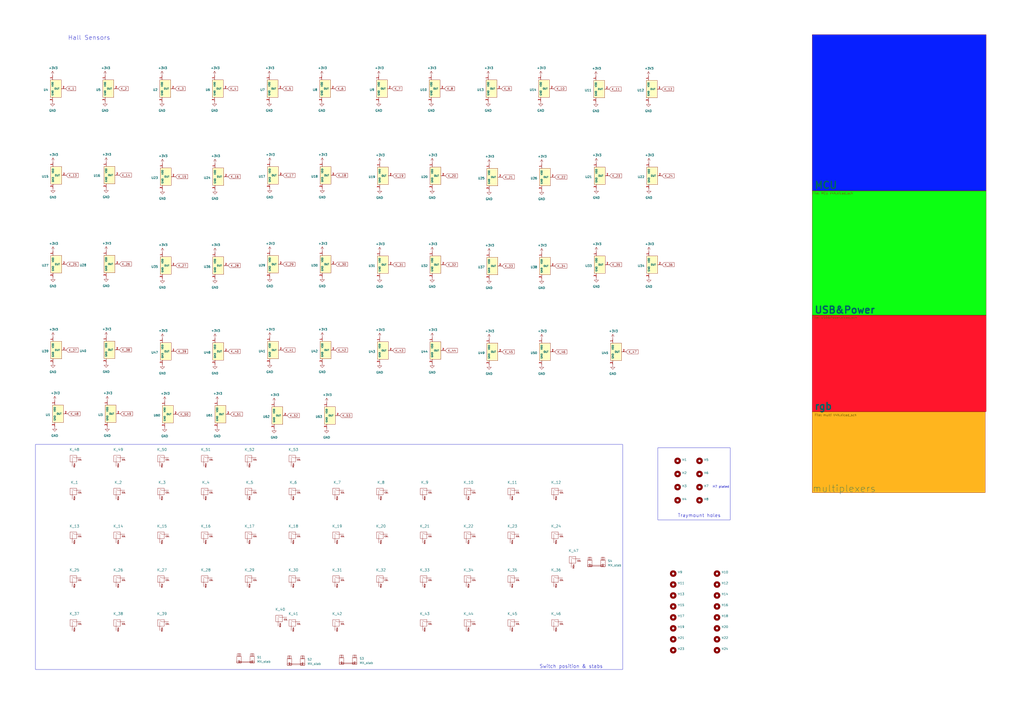
<source format=kicad_sch>
(kicad_sch (version 20230121) (generator eeschema)
  (paper "A2")
  (rectangle (start 381.635 259.715) (end 423.545 301.625))
  (rectangle (start 20.574 257.81) (end 361.188 388.366))
  (text "Switch position & stabs\n" (at 312.928 387.858 0) (effects (font (size 2 2)) (justify left bottom)))
  (text "Hall Sensors" (at 39.37 23.495 0) (effects (font (size 2.54 2.54)) (justify left bottom)))
  (text "Traymount holes" (at 393.065 300.355 0) (effects (font (size 2 2)) (justify left bottom)))
  (text "H7 plated" (at 413.385 283.21 0) (effects (font (size 1.27 1.27)) (justify left bottom)))
  (global_label "K_44" (shape input) (at 258.318 203.327 0) (property "Intersheetrefs" "${INTERSHEET_REFS}" (effects hide)))
  (global_label "K_9" (shape input) (at 290.83 51.435 0) (property "Intersheetrefs" "${INTERSHEET_REFS}" (effects hide)))
  (global_label "K_6" (shape input) (at 194.31 51.435 0) (property "Intersheetrefs" "${INTERSHEET_REFS}" (effects hide)))
  (global_label "K_53" (shape input) (at 197.104 241.046 0) (property "Intersheetrefs" "${INTERSHEET_REFS}" (effects hide)))
  (global_label "K_16" (shape input) (at 132.334 102.489 0) (property "Intersheetrefs" "${INTERSHEET_REFS}" (effects hide)))
  (global_label "K_38" (shape input) (at 69.215 202.946 0) (property "Intersheetrefs" "${INTERSHEET_REFS}" (effects hide)))
  (global_label "K_4" (shape input) (at 132.08 51.435 0) (property "Intersheetrefs" "${INTERSHEET_REFS}" (effects hide)))
  (global_label "K_24" (shape input) (at 384.048 101.981 0) (property "Intersheetrefs" "${INTERSHEET_REFS}" (effects hide)))
  (global_label "K_25" (shape input) (at 38.354 153.289 0) (property "Intersheetrefs" "${INTERSHEET_REFS}" (effects hide)))
  (global_label "K_47" (shape input) (at 363.093 204.089 0) (property "Intersheetrefs" "${INTERSHEET_REFS}" (effects hide)))
  (global_label "K_17" (shape input) (at 164.084 101.727 0) (property "Intersheetrefs" "${INTERSHEET_REFS}" (effects hide)))
  (global_label "K_22" (shape input) (at 321.818 102.743 0) (property "Intersheetrefs" "${INTERSHEET_REFS}" (effects hide)))
  (global_label "K_18" (shape input) (at 194.564 101.727 0) (property "Intersheetrefs" "${INTERSHEET_REFS}" (effects hide)))
  (global_label "K_14" (shape input) (at 69.215 101.6 0) (property "Intersheetrefs" "${INTERSHEET_REFS}" (effects hide)))
  (global_label "K_21" (shape input) (at 291.338 102.743 0) (property "Intersheetrefs" "${INTERSHEET_REFS}" (effects hide)))
  (global_label "K_42" (shape input) (at 194.564 203.073 0) (property "Intersheetrefs" "${INTERSHEET_REFS}" (effects hide)))
  (global_label "K_48" (shape input) (at 39.37 240.03 0) (property "Intersheetrefs" "${INTERSHEET_REFS}" (effects hide)))
  (global_label "K_39" (shape input) (at 101.854 203.835 0) (property "Intersheetrefs" "${INTERSHEET_REFS}" (effects hide)))
  (global_label "K_11" (shape input) (at 353.314 51.689 0) (property "Intersheetrefs" "${INTERSHEET_REFS}" (effects hide)))
  (global_label "K_2" (shape input) (at 68.58 51.435 0) (property "Intersheetrefs" "${INTERSHEET_REFS}" (effects hide)))
  (global_label "K_15" (shape input) (at 101.854 102.489 0) (property "Intersheetrefs" "${INTERSHEET_REFS}" (effects hide)))
  (global_label "K_36" (shape input) (at 384.048 153.543 0) (property "Intersheetrefs" "${INTERSHEET_REFS}" (effects hide)))
  (global_label "K_20" (shape input) (at 258.318 101.981 0) (property "Intersheetrefs" "${INTERSHEET_REFS}" (effects hide)))
  (global_label "K_50" (shape input) (at 103.124 240.284 0) (property "Intersheetrefs" "${INTERSHEET_REFS}" (effects hide)))
  (global_label "K_13" (shape input) (at 38.354 101.727 0) (property "Intersheetrefs" "${INTERSHEET_REFS}" (effects hide)))
  (global_label "K_5" (shape input) (at 163.83 51.435 0) (property "Intersheetrefs" "${INTERSHEET_REFS}" (effects hide)))
  (global_label "K_35" (shape input) (at 353.568 153.543 0) (property "Intersheetrefs" "${INTERSHEET_REFS}" (effects hide)))
  (global_label "K_31" (shape input) (at 227.838 153.543 0) (property "Intersheetrefs" "${INTERSHEET_REFS}" (effects hide)))
  (global_label "K_26" (shape input) (at 69.215 153.162 0) (property "Intersheetrefs" "${INTERSHEET_REFS}" (effects hide)))
  (global_label "K_34" (shape input) (at 321.818 154.305 0) (property "Intersheetrefs" "${INTERSHEET_REFS}" (effects hide)))
  (global_label "K_43" (shape input) (at 227.838 203.327 0) (property "Intersheetrefs" "${INTERSHEET_REFS}" (effects hide)))
  (global_label "K_49" (shape input) (at 69.85 240.03 0) (property "Intersheetrefs" "${INTERSHEET_REFS}" (effects hide)))
  (global_label "K_10" (shape input) (at 321.31 51.435 0) (property "Intersheetrefs" "${INTERSHEET_REFS}" (effects hide)))
  (global_label "K_29" (shape input) (at 164.084 153.289 0) (property "Intersheetrefs" "${INTERSHEET_REFS}" (effects hide)))
  (global_label "K_40" (shape input) (at 132.334 203.835 0) (property "Intersheetrefs" "${INTERSHEET_REFS}" (effects hide)))
  (global_label "K_12" (shape input) (at 383.794 51.689 0) (property "Intersheetrefs" "${INTERSHEET_REFS}" (effects hide)))
  (global_label "K_37" (shape input) (at 38.354 203.073 0) (property "Intersheetrefs" "${INTERSHEET_REFS}" (effects hide)))
  (global_label "K_32" (shape input) (at 258.318 153.543 0) (property "Intersheetrefs" "${INTERSHEET_REFS}" (effects hide)))
  (global_label "K_33" (shape input) (at 291.338 154.305 0) (property "Intersheetrefs" "${INTERSHEET_REFS}" (effects hide)))
  (global_label "K_45" (shape input) (at 291.338 204.089 0) (property "Intersheetrefs" "${INTERSHEET_REFS}" (effects hide)))
  (global_label "K_7" (shape input) (at 227.33 51.435 0) (property "Intersheetrefs" "${INTERSHEET_REFS}" (effects hide)))
  (global_label "K_52" (shape input) (at 166.624 241.046 0) (property "Intersheetrefs" "${INTERSHEET_REFS}" (effects hide)))
  (global_label "K_23" (shape input) (at 353.568 101.981 0) (property "Intersheetrefs" "${INTERSHEET_REFS}" (effects hide)))
  (global_label "K_51" (shape input) (at 133.604 240.284 0) (property "Intersheetrefs" "${INTERSHEET_REFS}" (effects hide)))
  (global_label "K_28" (shape input) (at 132.334 154.051 0) (property "Intersheetrefs" "${INTERSHEET_REFS}" (effects hide)))
  (global_label "K_27" (shape input) (at 101.854 154.051 0) (property "Intersheetrefs" "${INTERSHEET_REFS}" (effects hide)))
  (global_label "K_30" (shape input) (at 194.564 153.289 0) (property "Intersheetrefs" "${INTERSHEET_REFS}" (effects hide)))
  (global_label "K_1" (shape input) (at 38.1 51.435 0) (property "Intersheetrefs" "${INTERSHEET_REFS}" (effects hide)))
  (global_label "K_3" (shape input) (at 101.6 51.435 0) (property "Intersheetrefs" "${INTERSHEET_REFS}" (effects hide)))
  (global_label "K_8" (shape input) (at 257.81 51.435 0) (property "Intersheetrefs" "${INTERSHEET_REFS}" (effects hide)))
  (global_label "K_41" (shape input) (at 164.084 203.073 0) (property "Intersheetrefs" "${INTERSHEET_REFS}" (effects hide)))
  (global_label "K_19" (shape input) (at 227.838 101.981 0) (property "Intersheetrefs" "${INTERSHEET_REFS}" (effects hide)))
  (global_label "K_46" (shape input) (at 321.818 204.089 0) (property "Intersheetrefs" "${INTERSHEET_REFS}" (effects hide)))
  (symbol (lib_id "PCM_marbastlib-mx:MX_stab") (at 171.704 383.286 0) (unit 1)
    (property "Reference" "S2" (at 178.308 382.524 0) (effects (justify left)))
    (property "Value" "MX_stab" (at 178.308 385.064 0) (effects (justify left)))
    (property "Footprint" "PCM_marbastlib-mx:STAB_MX_6.25u" (effects hide))
  )
  (symbol (lib_id "power:+3V3") (at 30.734 195.453 0) (unit 1)
    (property "Reference" "#PWR0188" (effects hide))
    (property "Value" "+3V3" (at 31.115 191.0588 0))
  )
  (symbol (lib_id "power:GND") (at 345.948 109.601 0) (unit 1)
    (property "Reference" "#PWR0128" (effects hide))
    (property "Value" "GND" (at 345.948 114.681 0))
  )
  (symbol (lib_id "49e:Hall_Sensor") (at 33.274 203.073 0) (unit 1)
    (property "Reference" "U39" (at 28.194 203.708 0) (effects (justify right)))
    (property "Value" "SLSS49E-3" (effects hide))
    (property "Footprint" "Package_TO_SOT_SMD:SOT-23" (effects hide))
    (property "Datasheet" "https://datasheet.lcsc.com/lcsc/2110081930_Slkor-SLKORMICRO-Elec--SLSS49E-3_C2904393.pdf" (effects hide))
    (property "LCSC Part" "C2904393" (effects hide))
    (property "LCSC" "C2904393" (effects hide))
  )
  (symbol (lib_id "MX_Alps_Hybrid:MX-NoLED") (at 170.18 285.75 0) (unit 1)
    (property "Reference" "K_6" (at 170.18 279.8318 0) (effects (font (size 1.524 1.524))))
    (property "Value" "KEYSW" (effects hide))
    (property "Footprint" "Moonpad:Wooting_1.00u" (effects hide))
  )
  (symbol (lib_id "MX_Alps_Hybrid:MX-NoLED") (at 246.38 361.95 0) (unit 1)
    (property "Reference" "K_43" (at 246.38 356.0318 0) (effects (font (size 1.524 1.524))))
    (property "Value" "KEYSW" (effects hide))
    (property "Footprint" "Moonpad:Wooting_1.00u" (effects hide))
  )
  (symbol (lib_id "power:+3V3") (at 186.69 43.815 0) (unit 1)
    (property "Reference" "#PWR061" (effects hide))
    (property "Value" "+3V3" (at 187.071 39.4208 0))
  )
  (symbol (lib_id "Mechanical:MountingHole") (at 415.925 358.14 0) (unit 1)
    (property "Reference" "H18" (at 418.465 357.3053 0) (effects (justify left)))
    (property "Value" "MountingHole" (effects hide))
    (property "Footprint" "cipulot_parts:HOLE_M2" (effects hide))
  )
  (symbol (lib_id "power:+3V3") (at 314.198 146.685 0) (unit 1)
    (property "Reference" "#PWR0151" (effects hide))
    (property "Value" "+3V3" (at 314.579 142.2908 0))
  )
  (symbol (lib_id "power:GND") (at 30.734 210.693 0) (unit 1)
    (property "Reference" "#PWR0212" (effects hide))
    (property "Value" "GND" (at 30.734 215.773 0))
  )
  (symbol (lib_id "power:GND") (at 124.714 211.455 0) (unit 1)
    (property "Reference" "#PWR0230" (effects hide))
    (property "Value" "GND" (at 124.714 216.535 0))
  )
  (symbol (lib_id "49e:Hall_Sensor") (at 96.774 203.835 0) (unit 1)
    (property "Reference" "U47" (at 91.694 204.47 0) (effects (justify right)))
    (property "Value" "SLSS49E-3" (effects hide))
    (property "Footprint" "Package_TO_SOT_SMD:SOT-23" (effects hide))
    (property "Datasheet" "https://datasheet.lcsc.com/lcsc/2110081930_Slkor-SLKORMICRO-Elec--SLSS49E-3_C2904393.pdf" (effects hide))
    (property "LCSC Part" "C2904393" (effects hide))
    (property "LCSC" "C2904393" (effects hide))
  )
  (symbol (lib_id "MX_Alps_Hybrid:MX-NoLED") (at 297.18 361.95 0) (unit 1)
    (property "Reference" "K_45" (at 297.18 356.0318 0) (effects (font (size 1.524 1.524))))
    (property "Value" "KEYSW" (effects hide))
    (property "Footprint" "Moonpad:Wooting_1.00u" (effects hide))
  )
  (symbol (lib_id "power:+3V3") (at 219.71 43.815 0) (unit 1)
    (property "Reference" "#PWR068" (effects hide))
    (property "Value" "+3V3" (at 220.091 39.4208 0))
  )
  (symbol (lib_id "Mechanical:MountingHole") (at 415.925 345.44 0) (unit 1)
    (property "Reference" "H14" (at 418.465 344.6053 0) (effects (justify left)))
    (property "Value" "MountingHole" (effects hide))
    (property "Footprint" "cipulot_parts:HOLE_M2" (effects hide))
  )
  (symbol (lib_id "MX_Alps_Hybrid:MX-NoLED") (at 170.18 266.7 0) (unit 1)
    (property "Reference" "K_53" (at 170.18 260.7818 0) (effects (font (size 1.524 1.524))))
    (property "Value" "KEYSW" (effects hide))
    (property "Footprint" "Moonpad:Wooting_1.00u" (effects hide))
  )
  (symbol (lib_id "MX_Alps_Hybrid:MX-NoLED") (at 271.78 285.75 0) (unit 1)
    (property "Reference" "K_10" (at 271.78 279.8318 0) (effects (font (size 1.524 1.524))))
    (property "Value" "KEYSW" (effects hide))
    (property "Footprint" "Moonpad:Wooting_1.00u" (effects hide))
  )
  (symbol (lib_id "power:+3V3") (at 283.718 95.123 0) (unit 1)
    (property "Reference" "#PWR0102" (effects hide))
    (property "Value" "+3V3" (at 284.099 90.7288 0))
  )
  (symbol (lib_id "power:+3V3") (at 62.23 232.41 0) (unit 1)
    (property "Reference" "#PWR04" (effects hide))
    (property "Value" "+3V3" (at 62.611 228.0158 0))
  )
  (symbol (lib_id "49e:Hall_Sensor") (at 286.258 154.305 0) (unit 1)
    (property "Reference" "U37" (at 281.178 154.94 0) (effects (justify right)))
    (property "Value" "SLSS49E-3" (effects hide))
    (property "Footprint" "Package_TO_SOT_SMD:SOT-23" (effects hide))
    (property "Datasheet" "https://datasheet.lcsc.com/lcsc/2110081930_Slkor-SLKORMICRO-Elec--SLSS49E-3_C2904393.pdf" (effects hide))
    (property "LCSC Part" "C2904393" (effects hide))
    (property "LCSC" "C2904393" (effects hide))
  )
  (symbol (lib_id "power:GND") (at 93.98 59.055 0) (unit 1)
    (property "Reference" "#PWR056" (effects hide))
    (property "Value" "GND" (at 93.98 64.135 0))
  )
  (symbol (lib_id "power:+3V3") (at 250.698 145.923 0) (unit 1)
    (property "Reference" "#PWR0145" (effects hide))
    (property "Value" "+3V3" (at 251.079 141.5288 0))
  )
  (symbol (lib_id "49e:Hall_Sensor") (at 378.968 153.543 0) (unit 1)
    (property "Reference" "U34" (at 373.888 154.178 0) (effects (justify right)))
    (property "Value" "SLSS49E-3" (effects hide))
    (property "Footprint" "Package_TO_SOT_SMD:SOT-23" (effects hide))
    (property "Datasheet" "https://datasheet.lcsc.com/lcsc/2110081930_Slkor-SLKORMICRO-Elec--SLSS49E-3_C2904393.pdf" (effects hide))
    (property "LCSC Part" "C2904393" (effects hide))
    (property "LCSC" "C2904393" (effects hide))
  )
  (symbol (lib_id "Mechanical:MountingHole") (at 415.925 370.84 0) (unit 1)
    (property "Reference" "H22" (at 418.465 370.0053 0) (effects (justify left)))
    (property "Value" "MountingHole" (effects hide))
    (property "Footprint" "cipulot_parts:HOLE_M2" (effects hide))
  )
  (symbol (lib_id "MX_Alps_Hybrid:MX-NoLED") (at 170.18 311.15 0) (unit 1)
    (property "Reference" "K_18" (at 170.18 305.2318 0) (effects (font (size 1.524 1.524))))
    (property "Value" "KEYSW" (effects hide))
    (property "Footprint" "Moonpad:Wooting_1.00u" (effects hide))
  )
  (symbol (lib_id "power:GND") (at 61.595 160.782 0) (unit 1)
    (property "Reference" "#PWR0166" (effects hide))
    (property "Value" "GND" (at 61.595 165.862 0))
  )
  (symbol (lib_id "MX_Alps_Hybrid:MX-NoLED") (at 220.98 311.15 0) (unit 1)
    (property "Reference" "K_20" (at 220.98 305.2318 0) (effects (font (size 1.524 1.524))))
    (property "Value" "KEYSW" (effects hide))
    (property "Footprint" "Moonpad:Wooting_1.00u" (effects hide))
  )
  (symbol (lib_id "49e:Hall_Sensor") (at 253.238 153.543 0) (unit 1)
    (property "Reference" "U32" (at 248.158 154.178 0) (effects (justify right)))
    (property "Value" "SLSS49E-3" (effects hide))
    (property "Footprint" "Package_TO_SOT_SMD:SOT-23" (effects hide))
    (property "Datasheet" "https://datasheet.lcsc.com/lcsc/2110081930_Slkor-SLKORMICRO-Elec--SLSS49E-3_C2904393.pdf" (effects hide))
    (property "LCSC Part" "C2904393" (effects hide))
    (property "LCSC" "C2904393" (effects hide))
  )
  (symbol (lib_id "MX_Alps_Hybrid:MX-NoLED") (at 144.78 266.7 0) (unit 1)
    (property "Reference" "K_52" (at 144.78 260.7818 0) (effects (font (size 1.524 1.524))))
    (property "Value" "KEYSW" (effects hide))
    (property "Footprint" "Moonpad:Wooting_1.00u" (effects hide))
  )
  (symbol (lib_id "power:GND") (at 314.198 211.709 0) (unit 1)
    (property "Reference" "#PWR0234" (effects hide))
    (property "Value" "GND" (at 314.198 216.789 0))
  )
  (symbol (lib_id "power:GND") (at 355.473 211.709 0) (unit 1)
    (property "Reference" "#PWR0206" (effects hide))
    (property "Value" "GND" (at 355.473 216.789 0))
  )
  (symbol (lib_id "power:GND") (at 283.21 59.055 0) (unit 1)
    (property "Reference" "#PWR088" (effects hide))
    (property "Value" "GND" (at 283.21 64.135 0))
  )
  (symbol (lib_id "power:+3V3") (at 283.21 43.815 0) (unit 1)
    (property "Reference" "#PWR072" (effects hide))
    (property "Value" "+3V3" (at 283.591 39.4208 0))
  )
  (symbol (lib_id "power:+3V3") (at 250.698 94.361 0) (unit 1)
    (property "Reference" "#PWR097" (effects hide))
    (property "Value" "+3V3" (at 251.079 89.9668 0))
  )
  (symbol (lib_id "power:+3V3") (at 220.218 195.707 0) (unit 1)
    (property "Reference" "#PWR0192" (effects hide))
    (property "Value" "+3V3" (at 220.599 191.3128 0))
  )
  (symbol (lib_id "power:+3V3") (at 220.218 94.361 0) (unit 1)
    (property "Reference" "#PWR096" (effects hide))
    (property "Value" "+3V3" (at 220.599 89.9668 0))
  )
  (symbol (lib_id "power:GND") (at 124.46 59.055 0) (unit 1)
    (property "Reference" "#PWR058" (effects hide))
    (property "Value" "GND" (at 124.46 64.135 0))
  )
  (symbol (lib_id "MX_Alps_Hybrid:MX-NoLED") (at 322.58 336.55 0) (unit 1)
    (property "Reference" "K_36" (at 322.58 330.6318 0) (effects (font (size 1.524 1.524))))
    (property "Value" "KEYSW" (effects hide))
    (property "Footprint" "Moonpad:Wooting_1.00u" (effects hide))
  )
  (symbol (lib_id "49e:Hall_Sensor") (at 222.758 101.981 0) (unit 1)
    (property "Reference" "U19" (at 217.678 102.616 0) (effects (justify right)))
    (property "Value" "SLSS49E-3" (effects hide))
    (property "Footprint" "Package_TO_SOT_SMD:SOT-23" (effects hide))
    (property "Datasheet" "https://datasheet.lcsc.com/lcsc/2110081930_Slkor-SLKORMICRO-Elec--SLSS49E-3_C2904393.pdf" (effects hide))
    (property "LCSC Part" "C2904393" (effects hide))
    (property "LCSC" "C2904393" (effects hide))
  )
  (symbol (lib_id "power:+3V3") (at 314.198 95.123 0) (unit 1)
    (property "Reference" "#PWR0103" (effects hide))
    (property "Value" "+3V3" (at 314.579 90.7288 0))
  )
  (symbol (lib_id "49e:Hall_Sensor") (at 378.714 51.689 0) (unit 1)
    (property "Reference" "U12" (at 373.634 52.324 0) (effects (justify right)))
    (property "Value" "SLSS49E-3" (effects hide))
    (property "Footprint" "Package_TO_SOT_SMD:SOT-23" (effects hide))
    (property "Datasheet" "https://datasheet.lcsc.com/lcsc/2110081930_Slkor-SLKORMICRO-Elec--SLSS49E-3_C2904393.pdf" (effects hide))
    (property "LCSC Part" "C2904393" (effects hide))
    (property "LCSC" "C2904393" (effects hide))
  )
  (symbol (lib_id "power:+3V3") (at 61.595 145.542 0) (unit 1)
    (property "Reference" "#PWR0141" (effects hide))
    (property "Value" "+3V3" (at 61.976 141.1478 0))
  )
  (symbol (lib_id "power:+3V3") (at 95.504 232.664 0) (unit 1)
    (property "Reference" "#PWR05" (effects hide))
    (property "Value" "+3V3" (at 95.885 228.2698 0))
  )
  (symbol (lib_id "power:+3V3") (at 124.46 43.815 0) (unit 1)
    (property "Reference" "#PWR053" (effects hide))
    (property "Value" "+3V3" (at 124.841 39.4208 0))
  )
  (symbol (lib_id "power:+3V3") (at 186.944 195.453 0) (unit 1)
    (property "Reference" "#PWR0191" (effects hide))
    (property "Value" "+3V3" (at 187.325 191.0588 0))
  )
  (symbol (lib_id "MX_Alps_Hybrid:MX-NoLED") (at 93.98 285.75 0) (unit 1)
    (property "Reference" "K_3" (at 93.98 279.8318 0) (effects (font (size 1.524 1.524))))
    (property "Value" "KEYSW" (effects hide))
    (property "Footprint" "Moonpad:Wooting_1.00u" (effects hide))
  )
  (symbol (lib_id "MX_Alps_Hybrid:MX-NoLED") (at 297.18 336.55 0) (unit 1)
    (property "Reference" "K_35" (at 297.18 330.6318 0) (effects (font (size 1.524 1.524))))
    (property "Value" "KEYSW" (effects hide))
    (property "Footprint" "Moonpad:Wooting_1.00u" (effects hide))
  )
  (symbol (lib_id "49e:Hall_Sensor") (at 127 51.435 0) (unit 1)
    (property "Reference" "U6" (at 121.92 52.07 0) (effects (justify right)))
    (property "Value" "SLSS49E-3" (effects hide))
    (property "Footprint" "Package_TO_SOT_SMD:SOT-23" (effects hide))
    (property "Datasheet" "https://datasheet.lcsc.com/lcsc/2110081930_Slkor-SLKORMICRO-Elec--SLSS49E-3_C2904393.pdf" (effects hide))
    (property "LCSC Part" "C2904393" (effects hide))
    (property "LCSC" "C2904393" (effects hide))
  )
  (symbol (lib_id "49e:Hall_Sensor") (at 286.258 204.089 0) (unit 1)
    (property "Reference" "U49" (at 281.178 204.724 0) (effects (justify right)))
    (property "Value" "SLSS49E-3" (effects hide))
    (property "Footprint" "Package_TO_SOT_SMD:SOT-23" (effects hide))
    (property "Datasheet" "https://datasheet.lcsc.com/lcsc/2110081930_Slkor-SLKORMICRO-Elec--SLSS49E-3_C2904393.pdf" (effects hide))
    (property "LCSC Part" "C2904393" (effects hide))
    (property "LCSC" "C2904393" (effects hide))
  )
  (symbol (lib_id "49e:Hall_Sensor") (at 98.044 240.284 0) (unit 1)
    (property "Reference" "U60" (at 92.964 240.919 0) (effects (justify right)))
    (property "Value" "SLSS49E-3" (effects hide))
    (property "Footprint" "Package_TO_SOT_SMD:SOT-23" (effects hide))
    (property "Datasheet" "https://datasheet.lcsc.com/lcsc/2110081930_Slkor-SLKORMICRO-Elec--SLSS49E-3_C2904393.pdf" (effects hide))
    (property "LCSC Part" "C2904393" (effects hide))
    (property "LCSC" "C2904393" (effects hide))
  )
  (symbol (lib_id "49e:Hall_Sensor") (at 34.29 240.03 0) (unit 1)
    (property "Reference" "U1" (at 29.21 240.665 0) (effects (justify right)))
    (property "Value" "SLSS49E-3" (effects hide))
    (property "Footprint" "Package_TO_SOT_SMD:SOT-23" (effects hide))
    (property "Datasheet" "https://datasheet.lcsc.com/lcsc/2110081930_Slkor-SLKORMICRO-Elec--SLSS49E-3_C2904393.pdf" (effects hide))
    (property "LCSC Part" "C2904393" (effects hide))
    (property "LCSC" "C2904393" (effects hide))
  )
  (symbol (lib_id "MX_Alps_Hybrid:MX-NoLED") (at 271.78 311.15 0) (unit 1)
    (property "Reference" "K_22" (at 271.78 305.2318 0) (effects (font (size 1.524 1.524))))
    (property "Value" "KEYSW" (effects hide))
    (property "Footprint" "Moonpad:Wooting_1.00u" (effects hide))
  )
  (symbol (lib_id "MX_Alps_Hybrid:MX-NoLED") (at 93.98 361.95 0) (unit 1)
    (property "Reference" "K_39" (at 93.98 356.0318 0) (effects (font (size 1.524 1.524))))
    (property "Value" "KEYSW" (effects hide))
    (property "Footprint" "Moonpad:Wooting_1.00u" (effects hide))
  )
  (symbol (lib_id "Mechanical:MountingHole") (at 405.765 267.335 0) (unit 1)
    (property "Reference" "H5" (at 408.305 266.7 0) (effects (justify left)))
    (property "Value" "MountingHole" (effects hide))
    (property "Footprint" "MountingHole:MountingHole_2.2mm_M2" (effects hide))
  )
  (symbol (lib_id "power:GND") (at 283.718 161.925 0) (unit 1)
    (property "Reference" "#PWR0184" (effects hide))
    (property "Value" "GND" (at 283.718 167.005 0))
  )
  (symbol (lib_id "power:GND") (at 186.944 109.347 0) (unit 1)
    (property "Reference" "#PWR0122" (effects hide))
    (property "Value" "GND" (at 186.944 114.427 0))
  )
  (symbol (lib_id "power:+3V3") (at 283.718 196.469 0) (unit 1)
    (property "Reference" "#PWR0198" (effects hide))
    (property "Value" "+3V3" (at 284.099 192.0748 0))
  )
  (symbol (lib_id "49e:Hall_Sensor") (at 348.488 101.981 0) (unit 1)
    (property "Reference" "U21" (at 343.408 102.616 0) (effects (justify right)))
    (property "Value" "SLSS49E-3" (effects hide))
    (property "Footprint" "Package_TO_SOT_SMD:SOT-23" (effects hide))
    (property "Datasheet" "https://datasheet.lcsc.com/lcsc/2110081930_Slkor-SLKORMICRO-Elec--SLSS49E-3_C2904393.pdf" (effects hide))
    (property "LCSC Part" "C2904393" (effects hide))
    (property "LCSC" "C2904393" (effects hide))
  )
  (symbol (lib_id "power:+3V3") (at 376.174 44.069 0) (unit 1)
    (property "Reference" "#PWR071" (effects hide))
    (property "Value" "+3V3" (at 376.555 39.6748 0))
  )
  (symbol (lib_id "MX_Alps_Hybrid:MX-NoLED") (at 144.78 311.15 0) (unit 1)
    (property "Reference" "K_17" (at 144.78 305.2318 0) (effects (font (size 1.524 1.524))))
    (property "Value" "KEYSW" (effects hide))
    (property "Footprint" "Moonpad:Wooting_1.00u" (effects hide))
  )
  (symbol (lib_id "49e:Hall_Sensor") (at 127.254 154.051 0) (unit 1)
    (property "Reference" "U36" (at 122.174 154.686 0) (effects (justify right)))
    (property "Value" "SLSS49E-3" (effects hide))
    (property "Footprint" "Package_TO_SOT_SMD:SOT-23" (effects hide))
    (property "Datasheet" "https://datasheet.lcsc.com/lcsc/2110081930_Slkor-SLKORMICRO-Elec--SLSS49E-3_C2904393.pdf" (effects hide))
    (property "LCSC Part" "C2904393" (effects hide))
    (property "LCSC" "C2904393" (effects hide))
  )
  (symbol (lib_id "power:+3V3") (at 30.734 94.107 0) (unit 1)
    (property "Reference" "#PWR092" (effects hide))
    (property "Value" "+3V3" (at 31.115 89.7128 0))
  )
  (symbol (lib_id "49e:Hall_Sensor") (at 316.738 154.305 0) (unit 1)
    (property "Reference" "U38" (at 311.658 154.94 0) (effects (justify right)))
    (property "Value" "SLSS49E-3" (effects hide))
    (property "Footprint" "Package_TO_SOT_SMD:SOT-23" (effects hide))
    (property "Datasheet" "https://datasheet.lcsc.com/lcsc/2110081930_Slkor-SLKORMICRO-Elec--SLSS49E-3_C2904393.pdf" (effects hide))
    (property "LCSC Part" "C2904393" (effects hide))
    (property "LCSC" "C2904393" (effects hide))
  )
  (symbol (lib_id "49e:Hall_Sensor") (at 96.52 51.435 0) (unit 1)
    (property "Reference" "U2" (at 91.44 52.07 0) (effects (justify right)))
    (property "Value" "SLSS49E-3" (effects hide))
    (property "Footprint" "Package_TO_SOT_SMD:SOT-23" (effects hide))
    (property "Datasheet" "https://datasheet.lcsc.com/lcsc/2110081930_Slkor-SLKORMICRO-Elec--SLSS49E-3_C2904393.pdf" (effects hide))
    (property "LCSC Part" "C2904393" (effects hide))
    (property "LCSC" "C2904393" (effects hide))
  )
  (symbol (lib_id "power:+3V3") (at 125.984 232.664 0) (unit 1)
    (property "Reference" "#PWR06" (effects hide))
    (property "Value" "+3V3" (at 126.365 228.2698 0))
  )
  (symbol (lib_id "Mechanical:MountingHole") (at 390.525 345.44 0) (unit 1)
    (property "Reference" "H13" (at 393.065 344.6053 0) (effects (justify left)))
    (property "Value" "MountingHole" (effects hide))
    (property "Footprint" "cipulot_parts:HOLE_M2" (effects hide))
  )
  (symbol (lib_id "49e:Hall_Sensor") (at 33.274 153.289 0) (unit 1)
    (property "Reference" "U27" (at 28.194 153.924 0) (effects (justify right)))
    (property "Value" "SLSS49E-3" (effects hide))
    (property "Footprint" "Package_TO_SOT_SMD:SOT-23" (effects hide))
    (property "Datasheet" "https://datasheet.lcsc.com/lcsc/2110081930_Slkor-SLKORMICRO-Elec--SLSS49E-3_C2904393.pdf" (effects hide))
    (property "LCSC Part" "C2904393" (effects hide))
    (property "LCSC" "C2904393" (effects hide))
  )
  (symbol (lib_id "MX_Alps_Hybrid:MX-NoLED") (at 119.38 311.15 0) (unit 1)
    (property "Reference" "K_16" (at 119.38 305.2318 0) (effects (font (size 1.524 1.524))))
    (property "Value" "KEYSW" (effects hide))
    (property "Footprint" "Moonpad:Wooting_1.00u" (effects hide))
  )
  (symbol (lib_id "Mechanical:MountingHole") (at 390.525 377.19 0) (unit 1)
    (property "Reference" "H23" (at 393.065 376.3553 0) (effects (justify left)))
    (property "Value" "MountingHole" (effects hide))
    (property "Footprint" "cipulot_parts:HOLE_M2" (effects hide))
  )
  (symbol (lib_id "49e:Hall_Sensor") (at 63.5 51.435 0) (unit 1)
    (property "Reference" "U5" (at 58.42 52.07 0) (effects (justify right)))
    (property "Value" "SLSS49E-3" (effects hide))
    (property "Footprint" "Package_TO_SOT_SMD:SOT-23" (effects hide))
    (property "Datasheet" "https://datasheet.lcsc.com/lcsc/2110081930_Slkor-SLKORMICRO-Elec--SLSS49E-3_C2904393.pdf" (effects hide))
    (property "LCSC Part" "C2904393" (effects hide))
    (property "LCSC" "C2904393" (effects hide))
  )
  (symbol (lib_id "MX_Alps_Hybrid:MX-NoLED") (at 195.58 361.95 0) (unit 1)
    (property "Reference" "K_42" (at 195.58 356.0318 0) (effects (font (size 1.524 1.524))))
    (property "Value" "KEYSW" (effects hide))
    (property "Footprint" "Moonpad:Wooting_1.00u" (effects hide))
  )
  (symbol (lib_id "power:GND") (at 376.428 161.163 0) (unit 1)
    (property "Reference" "#PWR0178" (effects hide))
    (property "Value" "GND" (at 376.428 166.243 0))
  )
  (symbol (lib_id "power:+3V3") (at 94.234 196.215 0) (unit 1)
    (property "Reference" "#PWR0196" (effects hide))
    (property "Value" "+3V3" (at 94.615 191.8208 0))
  )
  (symbol (lib_id "power:+3V3") (at 61.595 195.326 0) (unit 1)
    (property "Reference" "#PWR0189" (effects hide))
    (property "Value" "+3V3" (at 61.976 190.9318 0))
  )
  (symbol (lib_id "49e:Hall_Sensor") (at 96.774 154.051 0) (unit 1)
    (property "Reference" "U35" (at 91.694 154.686 0) (effects (justify right)))
    (property "Value" "SLSS49E-3" (effects hide))
    (property "Footprint" "Package_TO_SOT_SMD:SOT-23" (effects hide))
    (property "Datasheet" "https://datasheet.lcsc.com/lcsc/2110081930_Slkor-SLKORMICRO-Elec--SLSS49E-3_C2904393.pdf" (effects hide))
    (property "LCSC Part" "C2904393" (effects hide))
    (property "LCSC" "C2904393" (effects hide))
  )
  (symbol (lib_id "49e:Hall_Sensor") (at 189.23 51.435 0) (unit 1)
    (property "Reference" "U8" (at 184.15 52.07 0) (effects (justify right)))
    (property "Value" "SLSS49E-3" (effects hide))
    (property "Footprint" "Package_TO_SOT_SMD:SOT-23" (effects hide))
    (property "Datasheet" "https://datasheet.lcsc.com/lcsc/2110081930_Slkor-SLKORMICRO-Elec--SLSS49E-3_C2904393.pdf" (effects hide))
    (property "LCSC Part" "C2904393" (effects hide))
    (property "LCSC" "C2904393" (effects hide))
  )
  (symbol (lib_id "power:+3V3") (at 156.464 195.453 0) (unit 1)
    (property "Reference" "#PWR0190" (effects hide))
    (property "Value" "+3V3" (at 156.845 191.0588 0))
  )
  (symbol (lib_id "power:GND") (at 250.698 161.163 0) (unit 1)
    (property "Reference" "#PWR0174" (effects hide))
    (property "Value" "GND" (at 250.698 166.243 0))
  )
  (symbol (lib_id "MX_Alps_Hybrid:MX-NoLED") (at 271.78 361.95 0) (unit 1)
    (property "Reference" "K_44" (at 271.78 356.0318 0) (effects (font (size 1.524 1.524))))
    (property "Value" "KEYSW" (effects hide))
    (property "Footprint" "Moonpad:Wooting_1.00u" (effects hide))
  )
  (symbol (lib_id "power:+3V3") (at 124.714 146.431 0) (unit 1)
    (property "Reference" "#PWR0149" (effects hide))
    (property "Value" "+3V3" (at 125.095 142.0368 0))
  )
  (symbol (lib_id "49e:Hall_Sensor") (at 252.73 51.435 0) (unit 1)
    (property "Reference" "U10" (at 247.65 52.07 0) (effects (justify right)))
    (property "Value" "SLSS49E-3" (effects hide))
    (property "Footprint" "Package_TO_SOT_SMD:SOT-23" (effects hide))
    (property "Datasheet" "https://datasheet.lcsc.com/lcsc/2110081930_Slkor-SLKORMICRO-Elec--SLSS49E-3_C2904393.pdf" (effects hide))
    (property "LCSC Part" "C2904393" (effects hide))
    (property "LCSC" "C2904393" (effects hide))
  )
  (symbol (lib_id "MX_Alps_Hybrid:MX-NoLED") (at 144.78 336.55 0) (unit 1)
    (property "Reference" "K_29" (at 144.78 330.6318 0) (effects (font (size 1.524 1.524))))
    (property "Value" "KEYSW" (effects hide))
    (property "Footprint" "Moonpad:Wooting_1.00u" (effects hide))
  )
  (symbol (lib_id "power:GND") (at 94.234 161.671 0) (unit 1)
    (property "Reference" "#PWR0180" (effects hide))
    (property "Value" "GND" (at 94.234 166.751 0))
  )
  (symbol (lib_id "MX_Alps_Hybrid:MX-NoLED") (at 220.98 285.75 0) (unit 1)
    (property "Reference" "K_8" (at 220.98 279.8318 0) (effects (font (size 1.524 1.524))))
    (property "Value" "KEYSW" (effects hide))
    (property "Footprint" "Moonpad:Wooting_1.00u" (effects hide))
  )
  (symbol (lib_id "power:+3V3") (at 159.004 233.426 0) (unit 1)
    (property "Reference" "#PWR08" (effects hide))
    (property "Value" "+3V3" (at 159.385 229.0318 0))
  )
  (symbol (lib_id "MX_Alps_Hybrid:MX-NoLED") (at 43.18 361.95 0) (unit 1)
    (property "Reference" "K_37" (at 43.18 356.0318 0) (effects (font (size 1.524 1.524))))
    (property "Value" "KEYSW" (effects hide))
    (property "Footprint" "Moonpad:Wooting_1.00u" (effects hide))
  )
  (symbol (lib_id "power:+3V3") (at 156.464 145.669 0) (unit 1)
    (property "Reference" "#PWR0142" (effects hide))
    (property "Value" "+3V3" (at 156.845 141.2748 0))
  )
  (symbol (lib_id "MX_Alps_Hybrid:MX-NoLED") (at 68.58 361.95 0) (unit 1)
    (property "Reference" "K_38" (at 68.58 356.0318 0) (effects (font (size 1.524 1.524))))
    (property "Value" "KEYSW" (effects hide))
    (property "Footprint" "Moonpad:Wooting_1.00u" (effects hide))
  )
  (symbol (lib_id "MX_Alps_Hybrid:MX-NoLED") (at 332.74 325.374 0) (unit 1)
    (property "Reference" "K_47" (at 332.74 319.4558 0) (effects (font (size 1.524 1.524))))
    (property "Value" "KEYSW" (effects hide))
    (property "Footprint" "Moonpad:Wooting_1.00u" (effects hide))
  )
  (symbol (lib_id "power:GND") (at 220.218 210.947 0) (unit 1)
    (property "Reference" "#PWR0220" (effects hide))
    (property "Value" "GND" (at 220.218 216.027 0))
  )
  (symbol (lib_id "power:GND") (at 30.734 109.347 0) (unit 1)
    (property "Reference" "#PWR0116" (effects hide))
    (property "Value" "GND" (at 30.734 114.427 0))
  )
  (symbol (lib_id "PCM_marbastlib-mx:MX_stab") (at 345.948 326.136 0) (unit 1)
    (property "Reference" "S4" (at 352.552 325.374 0) (effects (justify left)))
    (property "Value" "MX_stab" (at 352.552 327.914 0) (effects (justify left)))
    (property "Footprint" "PCM_marbastlib-mx:STAB_MX_ISO-ROT" (effects hide))
  )
  (symbol (lib_id "power:GND") (at 376.428 109.601 0) (unit 1)
    (property "Reference" "#PWR0130" (effects hide))
    (property "Value" "GND" (at 376.428 114.681 0))
  )
  (symbol (lib_id "power:+3V3") (at 283.718 146.685 0) (unit 1)
    (property "Reference" "#PWR0150" (effects hide))
    (property "Value" "+3V3" (at 284.099 142.2908 0))
  )
  (symbol (lib_id "power:+3V3") (at 93.98 43.815 0) (unit 1)
    (property "Reference" "#PWR052" (effects hide))
    (property "Value" "+3V3" (at 94.361 39.4208 0))
  )
  (symbol (lib_id "49e:Hall_Sensor") (at 222.25 51.435 0) (unit 1)
    (property "Reference" "U9" (at 217.17 52.07 0) (effects (justify right)))
    (property "Value" "SLSS49E-3" (effects hide))
    (property "Footprint" "Package_TO_SOT_SMD:SOT-23" (effects hide))
    (property "Datasheet" "https://datasheet.lcsc.com/lcsc/2110081930_Slkor-SLKORMICRO-Elec--SLSS49E-3_C2904393.pdf" (effects hide))
    (property "LCSC Part" "C2904393" (effects hide))
    (property "LCSC" "C2904393" (effects hide))
  )
  (symbol (lib_id "power:+3V3") (at 30.48 43.815 0) (unit 1)
    (property "Reference" "#PWR07" (effects hide))
    (property "Value" "+3V3" (at 30.861 39.4208 0))
  )
  (symbol (lib_id "power:+3V3") (at 156.464 94.107 0) (unit 1)
    (property "Reference" "#PWR094" (effects hide))
    (property "Value" "+3V3" (at 156.845 89.7128 0))
  )
  (symbol (lib_id "power:GND") (at 314.198 161.925 0) (unit 1)
    (property "Reference" "#PWR0186" (effects hide))
    (property "Value" "GND" (at 314.198 167.005 0))
  )
  (symbol (lib_id "MX_Alps_Hybrid:MX-NoLED") (at 246.38 311.15 0) (unit 1)
    (property "Reference" "K_21" (at 246.38 305.2318 0) (effects (font (size 1.524 1.524))))
    (property "Value" "KEYSW" (effects hide))
    (property "Footprint" "Moonpad:Wooting_1.00u" (effects hide))
  )
  (symbol (lib_id "power:GND") (at 186.69 59.055 0) (unit 1)
    (property "Reference" "#PWR066" (effects hide))
    (property "Value" "GND" (at 186.69 64.135 0))
  )
  (symbol (lib_id "power:GND") (at 250.19 59.055 0) (unit 1)
    (property "Reference" "#PWR082" (effects hide))
    (property "Value" "GND" (at 250.19 64.135 0))
  )
  (symbol (lib_id "49e:Hall_Sensor") (at 64.135 202.946 0) (unit 1)
    (property "Reference" "U40" (at 50.165 203.581 0) (effects (justify right)))
    (property "Value" "SLSS49E-3" (effects hide))
    (property "Footprint" "Package_TO_SOT_SMD:SOT-23" (effects hide))
    (property "Datasheet" "https://datasheet.lcsc.com/lcsc/2110081930_Slkor-SLKORMICRO-Elec--SLSS49E-3_C2904393.pdf" (effects hide))
    (property "LCSC Part" "C2904393" (effects hide))
    (property "LCSC" "C2904393" (effects hide))
  )
  (symbol (lib_id "MX_Alps_Hybrid:MX-NoLED") (at 119.38 285.75 0) (unit 1)
    (property "Reference" "K_4" (at 119.38 279.8318 0) (effects (font (size 1.524 1.524))))
    (property "Value" "KEYSW" (effects hide))
    (property "Footprint" "Moonpad:Wooting_1.00u" (effects hide))
  )
  (symbol (lib_id "MX_Alps_Hybrid:MX-NoLED") (at 271.78 336.55 0) (unit 1)
    (property "Reference" "K_34" (at 271.78 330.6318 0) (effects (font (size 1.524 1.524))))
    (property "Value" "KEYSW" (effects hide))
    (property "Footprint" "Moonpad:Wooting_1.00u" (effects hide))
  )
  (symbol (lib_id "49e:Hall_Sensor") (at 192.024 241.046 0) (unit 1)
    (property "Reference" "U63" (at 186.944 241.681 0) (effects (justify right)))
    (property "Value" "SLSS49E-3" (effects hide))
    (property "Footprint" "Package_TO_SOT_SMD:SOT-23" (effects hide))
    (property "Datasheet" "https://datasheet.lcsc.com/lcsc/2110081930_Slkor-SLKORMICRO-Elec--SLSS49E-3_C2904393.pdf" (effects hide))
    (property "LCSC Part" "C2904393" (effects hide))
    (property "LCSC" "C2904393" (effects hide))
  )
  (symbol (lib_id "power:GND") (at 94.234 211.455 0) (unit 1)
    (property "Reference" "#PWR0228" (effects hide))
    (property "Value" "GND" (at 94.234 216.535 0))
  )
  (symbol (lib_id "49e:Hall_Sensor") (at 33.02 51.435 0) (unit 1)
    (property "Reference" "U4" (at 27.94 52.07 0) (effects (justify right)))
    (property "Value" "SLSS49E-3" (effects hide))
    (property "Footprint" "Package_TO_SOT_SMD:SOT-23" (effects hide))
    (property "Datasheet" "https://datasheet.lcsc.com/lcsc/2110081930_Slkor-SLKORMICRO-Elec--SLSS49E-3_C2904393.pdf" (effects hide))
    (property "LCSC Part" "C2904393" (effects hide))
    (property "LCSC" "C2904393" (effects hide))
  )
  (symbol (lib_id "49e:Hall_Sensor") (at 378.968 101.981 0) (unit 1)
    (property "Reference" "U22" (at 373.888 102.616 0) (effects (justify right)))
    (property "Value" "SLSS49E-3" (effects hide))
    (property "Footprint" "Package_TO_SOT_SMD:SOT-23" (effects hide))
    (property "Datasheet" "https://datasheet.lcsc.com/lcsc/2110081930_Slkor-SLKORMICRO-Elec--SLSS49E-3_C2904393.pdf" (effects hide))
    (property "LCSC Part" "C2904393" (effects hide))
    (property "LCSC" "C2904393" (effects hide))
  )
  (symbol (lib_id "power:+3V3") (at 94.234 94.869 0) (unit 1)
    (property "Reference" "#PWR0100" (effects hide))
    (property "Value" "+3V3" (at 94.615 90.4748 0))
  )
  (symbol (lib_id "49e:Hall_Sensor") (at 189.484 153.289 0) (unit 1)
    (property "Reference" "U30" (at 184.404 153.924 0) (effects (justify right)))
    (property "Value" "SLSS49E-3" (effects hide))
    (property "Footprint" "Package_TO_SOT_SMD:SOT-23" (effects hide))
    (property "Datasheet" "https://datasheet.lcsc.com/lcsc/2110081930_Slkor-SLKORMICRO-Elec--SLSS49E-3_C2904393.pdf" (effects hide))
    (property "LCSC Part" "C2904393" (effects hide))
    (property "LCSC" "C2904393" (effects hide))
  )
  (symbol (lib_id "Mechanical:MountingHole") (at 393.065 267.335 0) (unit 1)
    (property "Reference" "H1" (at 395.605 266.7 0) (effects (justify left)))
    (property "Value" "MountingHole" (effects hide))
    (property "Footprint" "MountingHole:MountingHole_2.2mm_M2" (effects hide))
  )
  (symbol (lib_id "MX_Alps_Hybrid:MX-NoLED") (at 195.58 311.15 0) (unit 1)
    (property "Reference" "K_19" (at 195.58 305.2318 0) (effects (font (size 1.524 1.524))))
    (property "Value" "KEYSW" (effects hide))
    (property "Footprint" "Moonpad:Wooting_1.00u" (effects hide))
  )
  (symbol (lib_id "power:+3V3") (at 186.944 145.669 0) (unit 1)
    (property "Reference" "#PWR0143" (effects hide))
    (property "Value" "+3V3" (at 187.325 141.2748 0))
  )
  (symbol (lib_id "49e:Hall_Sensor") (at 348.234 51.689 0) (unit 1)
    (property "Reference" "U11" (at 343.154 52.324 0) (effects (justify right)))
    (property "Value" "SLSS49E-3" (effects hide))
    (property "Footprint" "Package_TO_SOT_SMD:SOT-23" (effects hide))
    (property "Datasheet" "https://datasheet.lcsc.com/lcsc/2110081930_Slkor-SLKORMICRO-Elec--SLSS49E-3_C2904393.pdf" (effects hide))
    (property "LCSC Part" "C2904393" (effects hide))
    (property "LCSC" "C2904393" (effects hide))
  )
  (symbol (lib_id "power:GND") (at 124.714 161.671 0) (unit 1)
    (property "Reference" "#PWR0182" (effects hide))
    (property "Value" "GND" (at 124.714 166.751 0))
  )
  (symbol (lib_id "power:GND") (at 313.69 59.055 0) (unit 1)
    (property "Reference" "#PWR090" (effects hide))
    (property "Value" "GND" (at 313.69 64.135 0))
  )
  (symbol (lib_id "power:GND") (at 156.464 210.693 0) (unit 1)
    (property "Reference" "#PWR0216" (effects hide))
    (property "Value" "GND" (at 156.464 215.773 0))
  )
  (symbol (lib_id "power:GND") (at 30.734 160.909 0) (unit 1)
    (property "Reference" "#PWR0164" (effects hide))
    (property "Value" "GND" (at 30.734 165.989 0))
  )
  (symbol (lib_id "power:GND") (at 189.484 248.666 0) (unit 1)
    (property "Reference" "#PWR022" (effects hide))
    (property "Value" "GND" (at 189.484 253.746 0))
  )
  (symbol (lib_id "Mechanical:MountingHole") (at 393.065 274.955 0) (unit 1)
    (property "Reference" "H2" (at 395.605 274.32 0) (effects (justify left)))
    (property "Value" "MountingHole" (effects hide))
    (property "Footprint" "MountingHole:MountingHole_2.2mm_M2" (effects hide))
  )
  (symbol (lib_id "MX_Alps_Hybrid:MX-NoLED") (at 195.58 336.55 0) (unit 1)
    (property "Reference" "K_31" (at 195.58 330.6318 0) (effects (font (size 1.524 1.524))))
    (property "Value" "KEYSW" (effects hide))
    (property "Footprint" "Moonpad:Wooting_1.00u" (effects hide))
  )
  (symbol (lib_id "power:+3V3") (at 94.234 146.431 0) (unit 1)
    (property "Reference" "#PWR0148" (effects hide))
    (property "Value" "+3V3" (at 94.615 142.0368 0))
  )
  (symbol (lib_id "power:+3V3") (at 189.484 233.426 0) (unit 1)
    (property "Reference" "#PWR09" (effects hide))
    (property "Value" "+3V3" (at 189.865 229.0318 0))
  )
  (symbol (lib_id "power:GND") (at 250.698 109.601 0) (unit 1)
    (property "Reference" "#PWR0126" (effects hide))
    (property "Value" "GND" (at 250.698 114.681 0))
  )
  (symbol (lib_id "49e:Hall_Sensor") (at 158.75 51.435 0) (unit 1)
    (property "Reference" "U7" (at 153.67 52.07 0) (effects (justify right)))
    (property "Value" "SLSS49E-3" (effects hide))
    (property "Footprint" "Package_TO_SOT_SMD:SOT-23" (effects hide))
    (property "Datasheet" "https://datasheet.lcsc.com/lcsc/2110081930_Slkor-SLKORMICRO-Elec--SLSS49E-3_C2904393.pdf" (effects hide))
    (property "LCSC Part" "C2904393" (effects hide))
    (property "LCSC" "C2904393" (effects hide))
  )
  (symbol (lib_id "49e:Hall_Sensor") (at 189.484 203.073 0) (unit 1)
    (property "Reference" "U42" (at 184.404 203.708 0) (effects (justify right)))
    (property "Value" "SLSS49E-3" (effects hide))
    (property "Footprint" "Package_TO_SOT_SMD:SOT-23" (effects hide))
    (property "Datasheet" "https://datasheet.lcsc.com/lcsc/2110081930_Slkor-SLKORMICRO-Elec--SLSS49E-3_C2904393.pdf" (effects hide))
    (property "LCSC Part" "C2904393" (effects hide))
    (property "LCSC" "C2904393" (effects hide))
  )
  (symbol (lib_id "power:GND") (at 186.944 210.693 0) (unit 1)
    (property "Reference" "#PWR0218" (effects hide))
    (property "Value" "GND" (at 186.944 215.773 0))
  )
  (symbol (lib_id "power:+3V3") (at 313.69 43.815 0) (unit 1)
    (property "Reference" "#PWR073" (effects hide))
    (property "Value" "+3V3" (at 314.071 39.4208 0))
  )
  (symbol (lib_id "49e:Hall_Sensor") (at 222.758 153.543 0) (unit 1)
    (property "Reference" "U31" (at 217.678 154.178 0) (effects (justify right)))
    (property "Value" "SLSS49E-3" (effects hide))
    (property "Footprint" "Package_TO_SOT_SMD:SOT-23" (effects hide))
    (property "Datasheet" "https://datasheet.lcsc.com/lcsc/2110081930_Slkor-SLKORMICRO-Elec--SLSS49E-3_C2904393.pdf" (effects hide))
    (property "LCSC Part" "C2904393" (effects hide))
    (property "LCSC" "C2904393" (effects hide))
  )
  (symbol (lib_id "power:+3V3") (at 31.75 232.41 0) (unit 1)
    (property "Reference" "#PWR03" (effects hide))
    (property "Value" "+3V3" (at 32.131 228.0158 0))
  )
  (symbol (lib_id "Mechanical:MountingHole") (at 405.765 290.195 0) (unit 1)
    (property "Reference" "H8" (at 408.305 289.56 0) (effects (justify left)))
    (property "Value" "MountingHole" (effects hide))
    (property "Footprint" "MountingHole:MountingHole_2.2mm_M2" (effects hide))
  )
  (symbol (lib_id "Mechanical:MountingHole") (at 393.065 282.575 0) (unit 1)
    (property "Reference" "H3" (at 395.605 281.94 0) (effects (justify left)))
    (property "Value" "MountingHole" (effects hide))
    (property "Footprint" "MountingHole:MountingHole_2.2mm_M2" (effects hide))
  )
  (symbol (lib_id "MX_Alps_Hybrid:MX-NoLED") (at 68.58 266.7 0) (unit 1)
    (property "Reference" "K_49" (at 68.58 260.7818 0) (effects (font (size 1.524 1.524))))
    (property "Value" "KEYSW" (effects hide))
    (property "Footprint" "Moonpad:Wooting_1.00u" (effects hide))
  )
  (symbol (lib_id "power:+3V3") (at 345.694 44.069 0) (unit 1)
    (property "Reference" "#PWR070" (effects hide))
    (property "Value" "+3V3" (at 346.075 39.6748 0))
  )
  (symbol (lib_id "Mechanical:MountingHole") (at 390.525 332.74 0) (unit 1)
    (property "Reference" "H9" (at 393.065 331.9053 0) (effects (justify left)))
    (property "Value" "MountingHole" (effects hide))
    (property "Footprint" "cipulot_parts:HOLE_M2" (effects hide))
  )
  (symbol (lib_id "49e:Hall_Sensor") (at 222.758 203.327 0) (unit 1)
    (property "Reference" "U43" (at 217.678 203.962 0) (effects (justify right)))
    (property "Value" "SLSS49E-3" (effects hide))
    (property "Footprint" "Package_TO_SOT_SMD:SOT-23" (effects hide))
    (property "Datasheet" "https://datasheet.lcsc.com/lcsc/2110081930_Slkor-SLKORMICRO-Elec--SLSS49E-3_C2904393.pdf" (effects hide))
    (property "LCSC Part" "C2904393" (effects hide))
    (property "LCSC" "C2904393" (effects hide))
  )
  (symbol (lib_id "49e:Hall_Sensor") (at 159.004 153.289 0) (unit 1)
    (property "Reference" "U29" (at 153.924 153.924 0) (effects (justify right)))
    (property "Value" "SLSS49E-3" (effects hide))
    (property "Footprint" "Package_TO_SOT_SMD:SOT-23" (effects hide))
    (property "Datasheet" "https://datasheet.lcsc.com/lcsc/2110081930_Slkor-SLKORMICRO-Elec--SLSS49E-3_C2904393.pdf" (effects hide))
    (property "LCSC Part" "C2904393" (effects hide))
    (property "LCSC" "C2904393" (effects hide))
  )
  (symbol (lib_id "PCM_marbastlib-mx:MX_stab") (at 142.494 382.016 0) (unit 1)
    (property "Reference" "S1" (at 149.098 381.254 0) (effects (justify left)))
    (property "Value" "MX_stab" (at 149.098 383.794 0) (effects (justify left)))
    (property "Footprint" "PCM_marbastlib-mx:STAB_MX_2.75u" (effects hide))
  )
  (symbol (lib_id "Mechanical:MountingHole") (at 390.525 339.09 0) (unit 1)
    (property "Reference" "H11" (at 393.065 338.2553 0) (effects (justify left)))
    (property "Value" "MountingHole" (effects hide))
    (property "Footprint" "cipulot_parts:HOLE_M2" (effects hide))
  )
  (symbol (lib_id "Mechanical:MountingHole") (at 405.765 274.955 0) (unit 1)
    (property "Reference" "H6" (at 408.305 274.32 0) (effects (justify left)))
    (property "Value" "MountingHole" (effects hide))
    (property "Footprint" "MountingHole:MountingHole_2.2mm_M2" (effects hide))
  )
  (symbol (lib_id "power:GND") (at 94.234 110.109 0) (unit 1)
    (property "Reference" "#PWR0132" (effects hide))
    (property "Value" "GND" (at 94.234 115.189 0))
  )
  (symbol (lib_id "Mechanical:MountingHole") (at 390.525 364.49 0) (unit 1)
    (property "Reference" "H19" (at 393.065 363.6553 0) (effects (justify left)))
    (property "Value" "MountingHole" (effects hide))
    (property "Footprint" "cipulot_parts:HOLE_M2" (effects hide))
  )
  (symbol (lib_id "power:+3V3") (at 376.428 145.923 0) (unit 1)
    (property "Reference" "#PWR0147" (effects hide))
    (property "Value" "+3V3" (at 376.809 141.5288 0))
  )
  (symbol (lib_id "Mechanical:MountingHole") (at 415.925 351.79 0) (unit 1)
    (property "Reference" "H16" (at 418.465 350.9553 0) (effects (justify left)))
    (property "Value" "MountingHole" (effects hide))
    (property "Footprint" "cipulot_parts:HOLE_M2" (effects hide))
  )
  (symbol (lib_id "power:GND") (at 156.464 109.347 0) (unit 1)
    (property "Reference" "#PWR0120" (effects hide))
    (property "Value" "GND" (at 156.464 114.427 0))
  )
  (symbol (lib_id "power:GND") (at 31.75 247.65 0) (unit 1)
    (property "Reference" "#PWR010" (effects hide))
    (property "Value" "GND" (at 31.75 252.73 0))
  )
  (symbol (lib_id "Mechanical:MountingHole") (at 415.925 339.09 0) (unit 1)
    (property "Reference" "H12" (at 418.465 338.2553 0) (effects (justify left)))
    (property "Value" "MountingHole" (effects hide))
    (property "Footprint" "cipulot_parts:HOLE_M2" (effects hide))
  )
  (symbol (lib_id "49e:Hall_Sensor") (at 316.738 102.743 0) (unit 1)
    (property "Reference" "U26" (at 311.658 103.378 0) (effects (justify right)))
    (property "Value" "SLSS49E-3" (effects hide))
    (property "Footprint" "Package_TO_SOT_SMD:SOT-23" (effects hide))
    (property "Datasheet" "https://datasheet.lcsc.com/lcsc/2110081930_Slkor-SLKORMICRO-Elec--SLSS49E-3_C2904393.pdf" (effects hide))
    (property "LCSC Part" "C2904393" (effects hide))
    (property "LCSC" "C2904393" (effects hide))
  )
  (symbol (lib_id "MX_Alps_Hybrid:MX-NoLED") (at 43.18 285.75 0) (unit 1)
    (property "Reference" "K_1" (at 43.18 279.8318 0) (effects (font (size 1.524 1.524))))
    (property "Value" "KEYSW" (effects hide))
    (property "Footprint" "Moonpad:Wooting_1.00u" (effects hide))
  )
  (symbol (lib_id "49e:Hall_Sensor") (at 358.013 204.089 0) (unit 1)
    (property "Reference" "U45" (at 352.933 204.724 0) (effects (justify right)))
    (property "Value" "SLSS49E-3" (effects hide))
    (property "Footprint" "Package_TO_SOT_SMD:SOT-23" (effects hide))
    (property "Datasheet" "https://datasheet.lcsc.com/lcsc/2110081930_Slkor-SLKORMICRO-Elec--SLSS49E-3_C2904393.pdf" (effects hide))
    (property "LCSC Part" "C2904393" (effects hide))
    (property "LCSC" "C2904393" (effects hide))
  )
  (symbol (lib_id "power:GND") (at 376.174 59.309 0) (unit 1)
    (property "Reference" "#PWR086" (effects hide))
    (property "Value" "GND" (at 376.174 64.389 0))
  )
  (symbol (lib_id "49e:Hall_Sensor") (at 253.238 203.327 0) (unit 1)
    (property "Reference" "U44" (at 248.158 203.962 0) (effects (justify right)))
    (property "Value" "SLSS49E-3" (effects hide))
    (property "Footprint" "Package_TO_SOT_SMD:SOT-23" (effects hide))
    (property "Datasheet" "https://datasheet.lcsc.com/lcsc/2110081930_Slkor-SLKORMICRO-Elec--SLSS49E-3_C2904393.pdf" (effects hide))
    (property "LCSC Part" "C2904393" (effects hide))
    (property "LCSC" "C2904393" (effects hide))
  )
  (symbol (lib_id "power:GND") (at 62.23 247.65 0) (unit 1)
    (property "Reference" "#PWR011" (effects hide))
    (property "Value" "GND" (at 62.23 252.73 0))
  )
  (symbol (lib_id "MX_Alps_Hybrid:MX-NoLED") (at 68.58 336.55 0) (unit 1)
    (property "Reference" "K_26" (at 68.58 330.6318 0) (effects (font (size 1.524 1.524))))
    (property "Value" "KEYSW" (effects hide))
    (property "Footprint" "Moonpad:Wooting_1.00u" (effects hide))
  )
  (symbol (lib_id "power:GND") (at 250.698 210.947 0) (unit 1)
    (property "Reference" "#PWR0222" (effects hide))
    (property "Value" "GND" (at 250.698 216.027 0))
  )
  (symbol (lib_id "Mechanical:MountingHole") (at 405.765 282.575 0) (unit 1)
    (property "Reference" "H7" (at 408.305 281.94 0) (effects (justify left)))
    (property "Value" "MountingHole" (effects hide))
    (property "Footprint" "MountingHole:MountingHole_2.2mm_M2_DIN965_Pad" (effects hide))
  )
  (symbol (lib_id "MX_Alps_Hybrid:MX-NoLED") (at 144.78 285.75 0) (unit 1)
    (property "Reference" "K_5" (at 144.78 279.8318 0) (effects (font (size 1.524 1.524))))
    (property "Value" "KEYSW" (effects hide))
    (property "Footprint" "Moonpad:Wooting_1.00u" (effects hide))
  )
  (symbol (lib_id "49e:Hall_Sensor") (at 316.738 204.089 0) (unit 1)
    (property "Reference" "U50" (at 311.658 204.724 0) (effects (justify right)))
    (property "Value" "SLSS49E-3" (effects hide))
    (property "Footprint" "Package_TO_SOT_SMD:SOT-23" (effects hide))
    (property "Datasheet" "https://datasheet.lcsc.com/lcsc/2110081930_Slkor-SLKORMICRO-Elec--SLSS49E-3_C2904393.pdf" (effects hide))
    (property "LCSC Part" "C2904393" (effects hide))
    (property "LCSC" "C2904393" (effects hide))
  )
  (symbol (lib_id "MX_Alps_Hybrid:MX-NoLED") (at 170.18 336.55 0) (unit 1)
    (property "Reference" "K_30" (at 170.18 330.6318 0) (effects (font (size 1.524 1.524))))
    (property "Value" "KEYSW" (effects hide))
    (property "Footprint" "Moonpad:Wooting_1.00u" (effects hide))
  )
  (symbol (lib_id "49e:Hall_Sensor") (at 159.004 101.727 0) (unit 1)
    (property "Reference" "U17" (at 153.924 102.362 0) (effects (justify right)))
    (property "Value" "SLSS49E-3" (effects hide))
    (property "Footprint" "Package_TO_SOT_SMD:SOT-23" (effects hide))
    (property "Datasheet" "https://datasheet.lcsc.com/lcsc/2110081930_Slkor-SLKORMICRO-Elec--SLSS49E-3_C2904393.pdf" (effects hide))
    (property "LCSC Part" "C2904393" (effects hide))
    (property "LCSC" "C2904393" (effects hide))
  )
  (symbol (lib_id "49e:Hall_Sensor") (at 64.77 240.03 0) (unit 1)
    (property "Reference" "U3" (at 59.69 240.665 0) (effects (justify right)))
    (property "Value" "SLSS49E-3" (effects hide))
    (property "Footprint" "Package_TO_SOT_SMD:SOT-23" (effects hide))
    (property "Datasheet" "https://datasheet.lcsc.com/lcsc/2110081930_Slkor-SLKORMICRO-Elec--SLSS49E-3_C2904393.pdf" (effects hide))
    (property "LCSC Part" "C2904393" (effects hide))
    (property "LCSC" "C2904393" (effects hide))
  )
  (symbol (lib_id "power:GND") (at 159.004 248.666 0) (unit 1)
    (property "Reference" "#PWR014" (effects hide))
    (property "Value" "GND" (at 159.004 253.746 0))
  )
  (symbol (lib_id "power:+3V3") (at 355.473 196.469 0) (unit 1)
    (property "Reference" "#PWR0194" (effects hide))
    (property "Value" "+3V3" (at 355.854 192.0748 0))
  )
  (symbol (lib_id "power:GND") (at 95.504 247.904 0) (unit 1)
    (property "Reference" "#PWR012" (effects hide))
    (property "Value" "GND" (at 95.504 252.984 0))
  )
  (symbol (lib_id "PCM_marbastlib-mx:MX_stab") (at 201.93 382.778 0) (unit 1)
    (property "Reference" "S3" (at 208.534 382.016 0) (effects (justify left)))
    (property "Value" "MX_stab" (at 208.534 384.556 0) (effects (justify left)))
    (property "Footprint" "PCM_marbastlib-mx:STAB_MX_2.25u" (effects hide))
  )
  (symbol (lib_id "power:GND") (at 283.718 110.363 0) (unit 1)
    (property "Reference" "#PWR0136" (effects hide))
    (property "Value" "GND" (at 283.718 115.443 0))
  )
  (symbol (lib_id "power:+3V3") (at 60.96 43.815 0) (unit 1)
    (property "Reference" "#PWR015" (effects hide))
    (property "Value" "+3V3" (at 61.341 39.4208 0))
  )
  (symbol (lib_id "49e:Hall_Sensor") (at 161.544 241.046 0) (unit 1)
    (property "Reference" "U62" (at 156.464 241.681 0) (effects (justify right)))
    (property "Value" "SLSS49E-3" (effects hide))
    (property "Footprint" "Package_TO_SOT_SMD:SOT-23" (effects hide))
    (property "Datasheet" "https://datasheet.lcsc.com/lcsc/2110081930_Slkor-SLKORMICRO-Elec--SLSS49E-3_C2904393.pdf" (effects hide))
    (property "LCSC Part" "C2904393" (effects hide))
    (property "LCSC" "C2904393" (effects hide))
  )
  (symbol (lib_id "power:+3V3") (at 156.21 43.815 0) (unit 1)
    (property "Reference" "#PWR060" (effects hide))
    (property "Value" "+3V3" (at 156.591 39.4208 0))
  )
  (symbol (lib_id "49e:Hall_Sensor") (at 189.484 101.727 0) (unit 1)
    (property "Reference" "U18" (at 184.404 102.362 0) (effects (justify right)))
    (property "Value" "SLSS49E-3" (effects hide))
    (property "Footprint" "Package_TO_SOT_SMD:SOT-23" (effects hide))
    (property "Datasheet" "https://datasheet.lcsc.com/lcsc/2110081930_Slkor-SLKORMICRO-Elec--SLSS49E-3_C2904393.pdf" (effects hide))
    (property "LCSC Part" "C2904393" (effects hide))
    (property "LCSC" "C2904393" (effects hide))
  )
  (symbol (lib_id "MX_Alps_Hybrid:MX-NoLED") (at 68.58 285.75 0) (unit 1)
    (property "Reference" "K_2" (at 68.58 279.8318 0) (effects (font (size 1.524 1.524))))
    (property "Value" "KEYSW" (effects hide))
    (property "Footprint" "Moonpad:Wooting_1.00u" (effects hide))
  )
  (symbol (lib_id "MX_Alps_Hybrid:MX-NoLED") (at 322.58 285.75 0) (unit 1)
    (property "Reference" "K_12" (at 322.58 279.8318 0) (effects (font (size 1.524 1.524))))
    (property "Value" "KEYSW" (effects hide))
    (property "Footprint" "Moonpad:Wooting_1.00u" (effects hide))
  )
  (symbol (lib_id "Mechanical:MountingHole") (at 390.525 358.14 0) (unit 1)
    (property "Reference" "H17" (at 393.065 357.3053 0) (effects (justify left)))
    (property "Value" "MountingHole" (effects hide))
    (property "Footprint" "cipulot_parts:HOLE_M2" (effects hide))
  )
  (symbol (lib_id "power:+3V3") (at 376.428 94.361 0) (unit 1)
    (property "Reference" "#PWR099" (effects hide))
    (property "Value" "+3V3" (at 376.809 89.9668 0))
  )
  (symbol (lib_id "49e:Hall_Sensor") (at 128.524 240.284 0) (unit 1)
    (property "Reference" "U61" (at 123.444 240.919 0) (effects (justify right)))
    (property "Value" "SLSS49E-3" (effects hide))
    (property "Footprint" "Package_TO_SOT_SMD:SOT-23" (effects hide))
    (property "Datasheet" "https://datasheet.lcsc.com/lcsc/2110081930_Slkor-SLKORMICRO-Elec--SLSS49E-3_C2904393.pdf" (effects hide))
    (property "LCSC Part" "C2904393" (effects hide))
    (property "LCSC" "C2904393" (effects hide))
  )
  (symbol (lib_id "MX_Alps_Hybrid:MX-NoLED") (at 322.58 311.15 0) (unit 1)
    (property "Reference" "K_24" (at 322.58 305.2318 0) (effects (font (size 1.524 1.524))))
    (property "Value" "KEYSW" (effects hide))
    (property "Footprint" "Moonpad:Wooting_1.00u" (effects hide))
  )
  (symbol (lib_id "MX_Alps_Hybrid:MX-NoLED") (at 43.18 336.55 0) (unit 1)
    (property "Reference" "K_25" (at 43.18 330.6318 0) (effects (font (size 1.524 1.524))))
    (property "Value" "KEYSW" (effects hide))
    (property "Footprint" "Moonpad:Wooting_1.00u" (effects hide))
  )
  (symbol (lib_id "49e:Hall_Sensor") (at 64.135 153.162 0) (unit 1)
    (property "Reference" "U28" (at 50.165 153.797 0) (effects (justify right)))
    (property "Value" "SLSS49E-3" (effects hide))
    (property "Footprint" "Package_TO_SOT_SMD:SOT-23" (effects hide))
    (property "Datasheet" "https://datasheet.lcsc.com/lcsc/2110081930_Slkor-SLKORMICRO-Elec--SLSS49E-3_C2904393.pdf" (effects hide))
    (property "LCSC Part" "C2904393" (effects hide))
    (property "LCSC" "C2904393" (effects hide))
  )
  (symbol (lib_id "MX_Alps_Hybrid:MX-NoLED") (at 322.58 361.95 0) (unit 1)
    (property "Reference" "K_46" (at 322.58 356.0318 0) (effects (font (size 1.524 1.524))))
    (property "Value" "KEYSW" (effects hide))
    (property "Footprint" "Moonpad:Wooting_1.00u" (effects hide))
  )
  (symbol (lib_id "power:+3V3") (at 186.944 94.107 0) (unit 1)
    (property "Reference" "#PWR095" (effects hide))
    (property "Value" "+3V3" (at 187.325 89.7128 0))
  )
  (symbol (lib_id "49e:Hall_Sensor") (at 127.254 203.835 0) (unit 1)
    (property "Reference" "U48" (at 122.174 204.47 0) (effects (justify right)))
    (property "Value" "SLSS49E-3" (effects hide))
    (property "Footprint" "Package_TO_SOT_SMD:SOT-23" (effects hide))
    (property "Datasheet" "https://datasheet.lcsc.com/lcsc/2110081930_Slkor-SLKORMICRO-Elec--SLSS49E-3_C2904393.pdf" (effects hide))
    (property "LCSC Part" "C2904393" (effects hide))
    (property "LCSC" "C2904393" (effects hide))
  )
  (symbol (lib_id "power:GND") (at 220.218 161.163 0) (unit 1)
    (property "Reference" "#PWR0172" (effects hide))
    (property "Value" "GND" (at 220.218 166.243 0))
  )
  (symbol (lib_id "power:+3V3") (at 345.948 145.923 0) (unit 1)
    (property "Reference" "#PWR0146" (effects hide))
    (property "Value" "+3V3" (at 346.329 141.5288 0))
  )
  (symbol (lib_id "Mechanical:MountingHole") (at 390.525 370.84 0) (unit 1)
    (property "Reference" "H21" (at 393.065 370.0053 0) (effects (justify left)))
    (property "Value" "MountingHole" (effects hide))
    (property "Footprint" "cipulot_parts:HOLE_M2" (effects hide))
  )
  (symbol (lib_id "power:GND") (at 314.198 110.363 0) (unit 1)
    (property "Reference" "#PWR0138" (effects hide))
    (property "Value" "GND" (at 314.198 115.443 0))
  )
  (symbol (lib_id "49e:Hall_Sensor") (at 348.488 153.543 0) (unit 1)
    (property "Reference" "U33" (at 343.408 154.178 0) (effects (justify right)))
    (property "Value" "SLSS49E-3" (effects hide))
    (property "Footprint" "Package_TO_SOT_SMD:SOT-23" (effects hide))
    (property "Datasheet" "https://datasheet.lcsc.com/lcsc/2110081930_Slkor-SLKORMICRO-Elec--SLSS49E-3_C2904393.pdf" (effects hide))
    (property "LCSC Part" "C2904393" (effects hide))
    (property "LCSC" "C2904393" (effects hide))
  )
  (symbol (lib_id "49e:Hall_Sensor") (at 96.774 102.489 0) (unit 1)
    (property "Reference" "U23" (at 91.694 103.124 0) (effects (justify right)))
    (property "Value" "SLSS49E-3" (effects hide))
    (property "Footprint" "Package_TO_SOT_SMD:SOT-23" (effects hide))
    (property "Datasheet" "https://datasheet.lcsc.com/lcsc/2110081930_Slkor-SLKORMICRO-Elec--SLSS49E-3_C2904393.pdf" (effects hide))
    (property "LCSC Part" "C2904393" (effects hide))
    (property "LCSC" "C2904393" (effects hide))
  )
  (symbol (lib_id "power:GND") (at 219.71 59.055 0) (unit 1)
    (property "Reference" "#PWR080" (effects hide))
    (property "Value" "GND" (at 219.71 64.135 0))
  )
  (symbol (lib_id "MX_Alps_Hybrid:MX-NoLED") (at 220.98 336.55 0) (unit 1)
    (property "Reference" "K_32" (at 220.98 330.6318 0) (effects (font (size 1.524 1.524))))
    (property "Value" "KEYSW" (effects hide))
    (property "Footprint" "Moonpad:Wooting_1.00u" (effects hide))
  )
  (symbol (lib_id "MX_Alps_Hybrid:MX-NoLED") (at 43.18 311.15 0) (unit 1)
    (property "Reference" "K_13" (at 43.18 305.2318 0) (effects (font (size 1.524 1.524))))
    (property "Value" "KEYSW" (effects hide))
    (property "Footprint" "Moonpad:Wooting_1.00u" (effects hide))
  )
  (symbol (lib_id "MX_Alps_Hybrid:MX-NoLED") (at 119.38 266.7 0) (unit 1)
    (property "Reference" "K_51" (at 119.38 260.7818 0) (effects (font (size 1.524 1.524))))
    (property "Value" "KEYSW" (effects hide))
    (property "Footprint" "Moonpad:Wooting_1.00u" (effects hide))
  )
  (symbol (lib_id "49e:Hall_Sensor") (at 253.238 101.981 0) (unit 1)
    (property "Reference" "U20" (at 248.158 102.616 0) (effects (justify right)))
    (property "Value" "SLSS49E-3" (effects hide))
    (property "Footprint" "Package_TO_SOT_SMD:SOT-23" (effects hide))
    (property "Datasheet" "https://datasheet.lcsc.com/lcsc/2110081930_Slkor-SLKORMICRO-Elec--SLSS49E-3_C2904393.pdf" (effects hide))
    (property "LCSC Part" "C2904393" (effects hide))
    (property "LCSC" "C2904393" (effects hide))
  )
  (symbol (lib_id "MX_Alps_Hybrid:MX-NoLED") (at 68.58 311.15 0) (unit 1)
    (property "Reference" "K_14" (at 68.58 305.2318 0) (effects (font (size 1.524 1.524))))
    (property "Value" "KEYSW" (effects hide))
    (property "Footprint" "Moonpad:Wooting_1.00u" (effects hide))
  )
  (symbol (lib_id "power:GND") (at 124.714 110.109 0) (unit 1)
    (property "Reference" "#PWR0134" (effects hide))
    (property "Value" "GND" (at 124.714 115.189 0))
  )
  (symbol (lib_id "power:GND") (at 220.218 109.601 0) (unit 1)
    (property "Reference" "#PWR0124" (effects hide))
    (property "Value" "GND" (at 220.218 114.681 0))
  )
  (symbol (lib_id "49e:Hall_Sensor") (at 159.004 203.073 0) (unit 1)
    (property "Reference" "U41" (at 153.924 203.708 0) (effects (justify right)))
    (property "Value" "SLSS49E-3" (effects hide))
    (property "Footprint" "Package_TO_SOT_SMD:SOT-23" (effects hide))
    (property "Datasheet" "https://datasheet.lcsc.com/lcsc/2110081930_Slkor-SLKORMICRO-Elec--SLSS49E-3_C2904393.pdf" (effects hide))
    (property "LCSC Part" "C2904393" (effects hide))
    (property "LCSC" "C2904393" (effects hide))
  )
  (symbol (lib_id "power:GND") (at 61.595 109.22 0) (unit 1)
    (property "Reference" "#PWR0118" (effects hide))
    (property "Value" "GND" (at 61.595 114.3 0))
  )
  (symbol (lib_id "MX_Alps_Hybrid:MX-NoLED") (at 170.18 361.95 0) (unit 1)
    (property "Reference" "K_41" (at 170.18 356.0318 0) (effects (font (size 1.524 1.524))))
    (property "Value" "KEYSW" (effects hide))
    (property "Footprint" "Moonpad:Wooting_1.00u" (effects hide))
  )
  (symbol (lib_id "power:GND") (at 60.96 59.055 0) (unit 1)
    (property "Reference" "#PWR020" (effects hide))
    (property "Value" "GND" (at 60.96 64.135 0))
  )
  (symbol (lib_id "49e:Hall_Sensor") (at 285.75 51.435 0) (unit 1)
    (property "Reference" "U13" (at 280.67 52.07 0) (effects (justify right)))
    (property "Value" "SLSS49E-3" (effects hide))
    (property "Footprint" "Package_TO_SOT_SMD:SOT-23" (effects hide))
    (property "Datasheet" "https://datasheet.lcsc.com/lcsc/2110081930_Slkor-SLKORMICRO-Elec--SLSS49E-3_C2904393.pdf" (effects hide))
    (property "LCSC Part" "C2904393" (effects hide))
    (property "LCSC" "C2904393" (effects hide))
  )
  (symbol (lib_id "MX_Alps_Hybrid:MX-NoLED") (at 43.18 266.7 0) (unit 1)
    (property "Reference" "K_48" (at 43.18 260.7818 0) (effects (font (size 1.524 1.524))))
    (property "Value" "KEYSW" (effects hide))
    (property "Footprint" "Moonpad:Wooting_1.00u" (effects hide))
  )
  (symbol (lib_id "power:+3V3") (at 250.698 195.707 0) (unit 1)
    (property "Reference" "#PWR0193" (effects hide))
    (property "Value" "+3V3" (at 251.079 191.3128 0))
  )
  (symbol (lib_id "49e:Hall_Sensor") (at 33.274 101.727 0) (unit 1)
    (property "Reference" "U15" (at 28.194 102.362 0) (effects (justify right)))
    (property "Value" "SLSS49E-3" (effects hide))
    (property "Footprint" "Package_TO_SOT_SMD:SOT-23" (effects hide))
    (property "Datasheet" "https://datasheet.lcsc.com/lcsc/2110081930_Slkor-SLKORMICRO-Elec--SLSS49E-3_C2904393.pdf" (effects hide))
    (property "LCSC Part" "C2904393" (effects hide))
    (property "LCSC" "C2904393" (effects hide))
  )
  (symbol (lib_id "power:GND") (at 345.694 59.309 0) (unit 1)
    (property "Reference" "#PWR084" (effects hide))
    (property "Value" "GND" (at 345.694 64.389 0))
  )
  (symbol (lib_id "49e:Hall_Sensor") (at 64.135 101.6 0) (unit 1)
    (property "Reference" "U16" (at 58.166 101.854 0) (effects (justify right)))
    (property "Value" "SLSS49E-3" (effects hide))
    (property "Footprint" "Package_TO_SOT_SMD:SOT-23" (effects hide))
    (property "Datasheet" "https://datasheet.lcsc.com/lcsc/2110081930_Slkor-SLKORMICRO-Elec--SLSS49E-3_C2904393.pdf" (effects hide))
    (property "LCSC Part" "C2904393" (effects hide))
    (property "LCSC" "C2904393" (effects hide))
  )
  (symbol (lib_id "power:GND") (at 125.984 247.904 0) (unit 1)
    (property "Reference" "#PWR013" (effects hide))
    (property "Value" "GND" (at 125.984 252.984 0))
  )
  (symbol (lib_id "power:+3V3") (at 220.218 145.923 0) (unit 1)
    (property "Reference" "#PWR0144" (effects hide))
    (property "Value" "+3V3" (at 220.599 141.5288 0))
  )
  (symbol (lib_id "49e:Hall_Sensor") (at 127.254 102.489 0) (unit 1)
    (property "Reference" "U24" (at 122.174 103.124 0) (effects (justify right)))
    (property "Value" "SLSS49E-3" (effects hide))
    (property "Footprint" "Package_TO_SOT_SMD:SOT-23" (effects hide))
    (property "Datasheet" "https://datasheet.lcsc.com/lcsc/2110081930_Slkor-SLKORMICRO-Elec--SLSS49E-3_C2904393.pdf" (effects hide))
    (property "LCSC Part" "C2904393" (effects hide))
    (property "LCSC" "C2904393" (effects hide))
  )
  (symbol (lib_id "power:+3V3") (at 61.595 93.98 0) (unit 1)
    (property "Reference" "#PWR093" (effects hide))
    (property "Value" "+3V3" (at 61.976 89.5858 0))
  )
  (symbol (lib_id "power:+3V3") (at 345.948 94.361 0) (unit 1)
    (property "Reference" "#PWR098" (effects hide))
    (property "Value" "+3V3" (at 346.329 89.9668 0))
  )
  (symbol (lib_id "MX_Alps_Hybrid:MX-NoLED") (at 297.18 285.75 0) (unit 1)
    (property "Reference" "K_11" (at 297.18 279.8318 0) (effects (font (size 1.524 1.524))))
    (property "Value" "KEYSW" (effects hide))
    (property "Footprint" "Moonpad:Wooting_1.00u" (effects hide))
  )
  (symbol (lib_id "MX_Alps_Hybrid:MX-NoLED") (at 162.56 359.41 0) (unit 1)
    (property "Reference" "K_40" (at 162.56 353.4918 0) (effects (font (size 1.524 1.524))))
    (property "Value" "KEYSW" (effects hide))
    (property "Footprint" "Moonpad:Wooting_1.00u" (effects hide))
  )
  (symbol (lib_id "Mechanical:MountingHole") (at 415.925 377.19 0) (unit 1)
    (property "Reference" "H24" (at 418.465 376.3553 0) (effects (justify left)))
    (property "Value" "MountingHole" (effects hide))
    (property "Footprint" "cipulot_parts:HOLE_M2" (effects hide))
  )
  (symbol (lib_id "power:GND") (at 283.718 211.709 0) (unit 1)
    (property "Reference" "#PWR0232" (effects hide))
    (property "Value" "GND" (at 283.718 216.789 0))
  )
  (symbol (lib_id "power:+3V3") (at 124.714 94.869 0) (unit 1)
    (property "Reference" "#PWR0101" (effects hide))
    (property "Value" "+3V3" (at 125.095 90.4748 0))
  )
  (symbol (lib_id "MX_Alps_Hybrid:MX-NoLED") (at 93.98 336.55 0) (unit 1)
    (property "Reference" "K_27" (at 93.98 330.6318 0) (effects (font (size 1.524 1.524))))
    (property "Value" "KEYSW" (effects hide))
    (property "Footprint" "Moonpad:Wooting_1.00u" (effects hide))
  )
  (symbol (lib_id "MX_Alps_Hybrid:MX-NoLED") (at 93.98 266.7 0) (unit 1)
    (property "Reference" "K_50" (at 93.98 260.7818 0) (effects (font (size 1.524 1.524))))
    (property "Value" "KEYSW" (effects hide))
    (property "Footprint" "Moonpad:Wooting_1.00u" (effects hide))
  )
  (symbol (lib_id "power:GND") (at 186.944 160.909 0) (unit 1)
    (property "Reference" "#PWR0170" (effects hide))
    (property "Value" "GND" (at 186.944 165.989 0))
  )
  (symbol (lib_id "power:GND") (at 61.595 210.566 0) (unit 1)
    (property "Reference" "#PWR0214" (effects hide))
    (property "Value" "GND" (at 61.595 215.646 0))
  )
  (symbol (lib_id "power:GND") (at 30.48 59.055 0) (unit 1)
    (property "Reference" "#PWR018" (effects hide))
    (property "Value" "GND" (at 30.48 64.135 0))
  )
  (symbol (lib_id "MX_Alps_Hybrid:MX-NoLED") (at 246.38 336.55 0) (unit 1)
    (property "Reference" "K_33" (at 246.38 330.6318 0) (effects (font (size 1.524 1.524))))
    (property "Value" "KEYSW" (effects hide))
    (property "Footprint" "Moonpad:Wooting_1.00u" (effects hide))
  )
  (symbol (lib_id "49e:Hall_Sensor") (at 316.23 51.435 0) (unit 1)
    (property "Reference" "U14" (at 311.15 52.07 0) (effects (justify right)))
    (property "Value" "SLSS49E-3" (effects hide))
    (property "Footprint" "Package_TO_SOT_SMD:SOT-23" (effects hide))
    (property "Datasheet" "https://datasheet.lcsc.com/lcsc/2110081930_Slkor-SLKORMICRO-Elec--SLSS49E-3_C2904393.pdf" (effects hide))
    (property "LCSC Part" "C2904393" (effects hide))
    (property "LCSC" "C2904393" (effects hide))
  )
  (symbol (lib_id "MX_Alps_Hybrid:MX-NoLED") (at 119.38 336.55 0) (unit 1)
    (property "Reference" "K_28" (at 119.38 330.6318 0) (effects (font (size 1.524 1.524))))
    (property "Value" "KEYSW" (effects hide))
    (property "Footprint" "Moonpad:Wooting_1.00u" (effects hide))
  )
  (symbol (lib_id "Mechanical:MountingHole") (at 415.925 332.74 0) (unit 1)
    (property "Reference" "H10" (at 418.465 331.9053 0) (effects (justify left)))
    (property "Value" "MountingHole" (effects hide))
    (property "Footprint" "cipulot_parts:HOLE_M2" (effects hide))
  )
  (symbol (lib_id "power:+3V3") (at 250.19 43.815 0) (unit 1)
    (property "Reference" "#PWR069" (effects hide))
    (property "Value" "+3V3" (at 250.571 39.4208 0))
  )
  (symbol (lib_id "power:+3V3") (at 314.198 196.469 0) (unit 1)
    (property "Reference" "#PWR0199" (effects hide))
    (property "Value" "+3V3" (at 314.579 192.0748 0))
  )
  (symbol (lib_id "Mechanical:MountingHole") (at 393.065 290.195 0) (unit 1)
    (property "Reference" "H4" (at 395.605 289.56 0) (effects (justify left)))
    (property "Value" "MountingHole" (effects hide))
    (property "Footprint" "MountingHole:MountingHole_2.2mm_M2" (effects hide))
  )
  (symbol (lib_id "MX_Alps_Hybrid:MX-NoLED") (at 195.58 285.75 0) (unit 1)
    (property "Reference" "K_7" (at 195.58 279.8318 0) (effects (font (size 1.524 1.524))))
    (property "Value" "KEYSW" (effects hide))
    (property "Footprint" "Moonpad:Wooting_1.00u" (effects hide))
  )
  (symbol (lib_id "49e:Hall_Sensor") (at 286.258 102.743 0) (unit 1)
    (property "Reference" "U25" (at 281.178 103.378 0) (effects (justify right)))
    (property "Value" "SLSS49E-3" (effects hide))
    (property "Footprint" "Package_TO_SOT_SMD:SOT-23" (effects hide))
    (property "Datasheet" "https://datasheet.lcsc.com/lcsc/2110081930_Slkor-SLKORMICRO-Elec--SLSS49E-3_C2904393.pdf" (effects hide))
    (property "LCSC Part" "C2904393" (effects hide))
    (property "LCSC" "C2904393" (effects hide))
  )
  (symbol (lib_id "power:GND") (at 345.948 161.163 0) (unit 1)
    (property "Reference" "#PWR0176" (effects hide))
    (property "Value" "GND" (at 345.948 166.243 0))
  )
  (symbol (lib_id "MX_Alps_Hybrid:MX-NoLED") (at 246.38 285.75 0) (unit 1)
    (property "Reference" "K_9" (at 246.38 279.8318 0) (effects (font (size 1.524 1.524))))
    (property "Value" "KEYSW" (effects hide))
    (property "Footprint" "Moonpad:Wooting_1.00u" (effects hide))
  )
  (symbol (lib_id "power:+3V3") (at 124.714 196.215 0) (unit 1)
    (property "Reference" "#PWR0197" (effects hide))
    (property "Value" "+3V3" (at 125.095 191.8208 0))
  )
  (symbol (lib_id "Mechanical:MountingHole") (at 415.925 364.49 0) (unit 1)
    (property "Reference" "H20" (at 418.465 363.6553 0) (effects (justify left)))
    (property "Value" "MountingHole" (effects hide))
    (property "Footprint" "cipulot_parts:HOLE_M2" (effects hide))
  )
  (symbol (lib_id "power:GND") (at 156.21 59.055 0) (unit 1)
    (property "Reference" "#PWR064" (effects hide))
    (property "Value" "GND" (at 156.21 64.135 0))
  )
  (symbol (lib_id "power:GND") (at 156.464 160.909 0) (unit 1)
    (property "Reference" "#PWR0168" (effects hide))
    (property "Value" "GND" (at 156.464 165.989 0))
  )
  (symbol (lib_id "Mechanical:MountingHole") (at 390.525 351.79 0) (unit 1)
    (property "Reference" "H15" (at 393.065 350.9553 0) (effects (justify left)))
    (property "Value" "MountingHole" (effects hide))
    (property "Footprint" "cipulot_parts:HOLE_M2" (effects hide))
  )
  (symbol (lib_id "MX_Alps_Hybrid:MX-NoLED") (at 93.98 311.15 0) (unit 1)
    (property "Reference" "K_15" (at 93.98 305.2318 0) (effects (font (size 1.524 1.524))))
    (property "Value" "KEYSW" (effects hide))
    (property "Footprint" "Moonpad:Wooting_1.00u" (effects hide))
  )
  (symbol (lib_id "MX_Alps_Hybrid:MX-NoLED") (at 297.18 311.15 0) (unit 1)
    (property "Reference" "K_23" (at 297.18 305.2318 0) (effects (font (size 1.524 1.524))))
    (property "Value" "KEYSW" (effects hide))
    (property "Footprint" "Moonpad:Wooting_1.00u" (effects hide))
  )
  (symbol (lib_id "power:+3V3") (at 30.734 145.669 0) (unit 1)
    (property "Reference" "#PWR0140" (effects hide))
    (property "Value" "+3V3" (at 31.115 141.2748 0))
  )
  (sheet (at 471.17 20.066) (size 100.838 90.678) (stroke (width 0.1524)) (fill (color 7 31 255 1.0000))
    (property "Sheetname" "MCU" (at 472.186 109.728 0) (effects (font (size 4 4) bold) (justify left bottom)))
    (property "Sheetfile" "MCU V4N.kicad_sch" (at 471.17 111.3286 0) (effects (justify left top)))
  )
  (sheet (at 471.17 238.76) (size 100.33 46.99) (stroke (width 0.1524)) (fill (color 255 181 30 1.0000))
    (property "Sheetname" "multiplexers" (at 471.17 285.75 0) (effects (font (size 4 4)) (justify left bottom)))
    (property "Sheetfile" "multi V4N.kicad_sch" (at 472.44 240.03 0) (effects (justify left top)))
  )
  (sheet (at 471.17 110.744) (size 100.838 72.136) (stroke (width 0.1524)) (fill (color 12 255 18 1.0000))
    (property "Sheetname" "USB&Power" (at 472.186 182.118 0) (effects (font (size 4 4) bold) (justify left bottom)))
    (property "Sheetfile" "USB&Power.kicad_sch" (at 471.17 183.4646 0) (effects (justify left top)))
  )
  (sheet (at 471.17 182.88) (size 100.838 55.88) (stroke (width 0.1524)) (fill (color 255 21 44 1.0000))
    (property "Sheetname" "rgb" (at 472.186 237.998 0) (effects (font (size 4 4) bold) (justify left bottom)))
    (property "Sheetfile" "rgb V4N.kicad_sch" (effects hide))
  )
)
</source>
